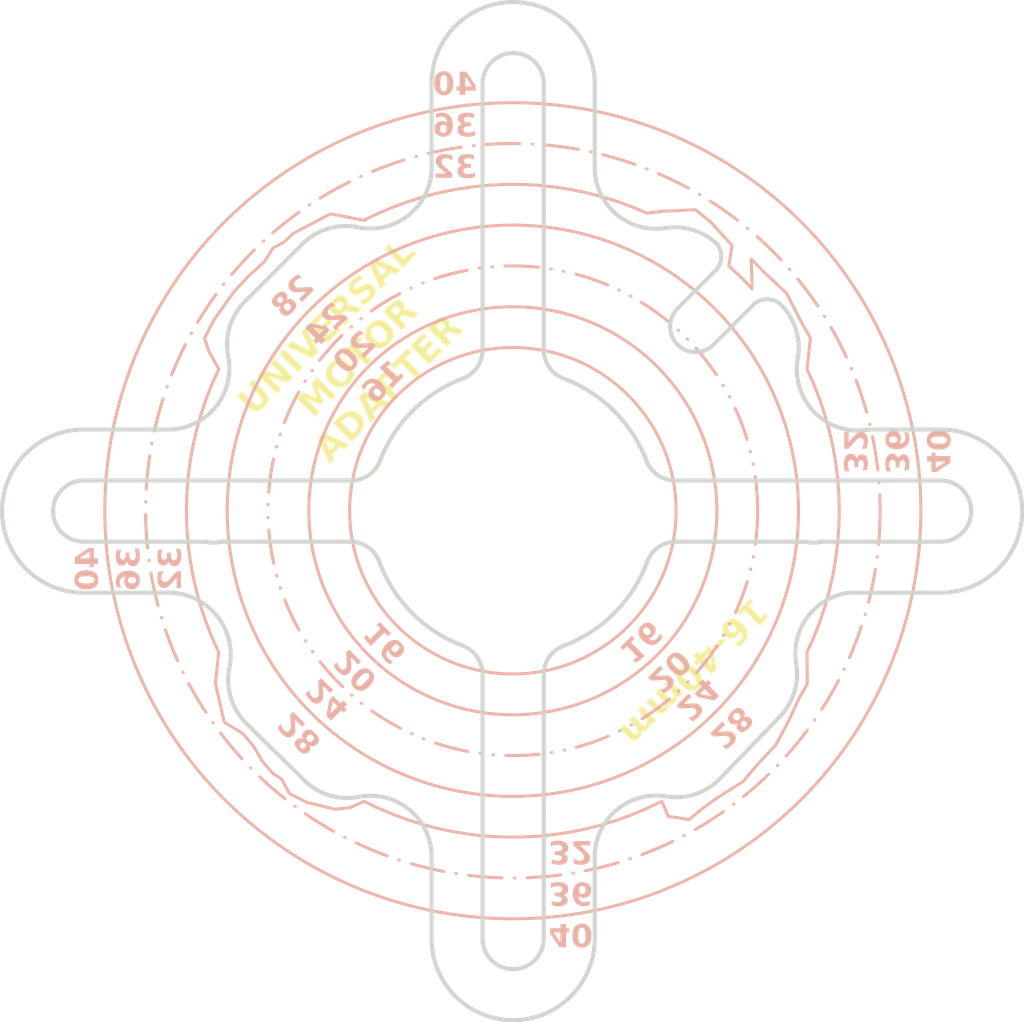
<source format=kicad_pcb>
(kicad_pcb (version 20221018) (generator pcbnew)
  (layers (0 "F.Cu" signal) (31 "B.Cu" signal) (34 "B.Paste" user) (35 "F.Paste" user) (36 "B.SilkS" user "B.Silkscreen") (37 "F.SilkS" user "F.Silkscreen") (38 "B.Mask" user) (39 "F.Mask" user) (44 "Edge.Cuts" user))
  (net 0 "")
  (gr_circle (center 122.81 114.83) (end 130.81 114.83) (stroke (width 0.15)) (fill none) (layer "B.SilkS"))
  (gr_poly (pts (xy 138.81 114.83) (xy 138.790111 114.032466) (xy 138.730492 113.236914) (xy 138.631293 112.445324) (xy 138.49276 111.659662) (xy 138.315237 110.881882) (xy 138.099165 110.113917) (xy 137.845082 109.357678) (xy 137.553619 108.615043) (xy 137.225502 107.88786) (xy 137.394945 106.365136) (xy 136.996054 105.674237) (xy 136.2212 104.162) (xy 135.1036 103.1206) (xy 134.494 102.4856) (xy 134.53883 103.947236) (xy 133.981789 103.37613) (xy 133.396973 102.833501) (xy 133.5542 101.8252) (xy 132.4874 100.6568) (xy 131.7508 100.0726) (xy 130.7856 100.1234) (xy 130.1506 100.1488) (xy 129.390594 100.245906) (xy 128.655456 99.93602) (xy 127.905786 99.663162) (xy 127.143447 99.428012) (xy 126.370335 99.231153) (xy 125.588371 99.073076) (xy 124.799499 98.954173) (xy 124.005681 98.874739) (xy 123.208891 98.834973) (xy 122.411109 98.834973) (xy 121.614319 98.874739) (xy 120.820501 98.954173) (xy 120.031629 99.073076) (xy 119.249665 99.231153) (xy 118.476553 99.428012) (xy 117.714214 99.663162) (xy 116.964544 99.93602) (xy 116.229406 100.245906) (xy 115.510629 100.592051) (xy 113.8692 100.2758) (xy 112.0404 101.241) (xy 111.5832 101.6728) (xy 111.0498 101.9522) (xy 110.6434 102.6126) (xy 109.8052 103.37613) (xy 109.1702 104.0604) (xy 108.7638 104.6192) (xy 108.1542 105.4828) (xy 107.697 106.3718) (xy 107.9256 107.0576) (xy 108.1796 107.4894) (xy 108.394498 107.88786) (xy 108.066381 108.615043) (xy 107.774918 109.357678) (xy 107.520835 110.113917) (xy 107.304763 110.881882) (xy 107.12724 111.659662) (xy 106.988707 112.445324) (xy 106.889508 113.236914) (xy 106.829889 114.032466) (xy 106.81 114.83) (xy 106.829889 115.627534) (xy 106.889508 116.423086) (xy 106.988707 117.214676) (xy 107.12724 118.000338) (xy 107.304763 118.778118) (xy 107.520835 119.546083) (xy 107.774918 120.302322) (xy 108.066381 121.044957) (xy 108.394498 121.77214) (xy 108.2304 123.2882) (xy 108.6622 125.1932) (xy 109.5766 125.752) (xy 110.11 126.387) (xy 110.5418 127.1236) (xy 111.0498 127.7078) (xy 111.4816 127.9872) (xy 111.8626 128.6984) (xy 112.7262 129.1302) (xy 113.4882 129.308) (xy 114.0724 129.4604) (xy 114.8344 129.3842) (xy 115.510629 129.067949) (xy 116.229406 129.414094) (xy 116.964544 129.72398) (xy 117.714214 129.996838) (xy 118.476553 130.231988) (xy 119.249665 130.428847) (xy 120.031629 130.586924) (xy 120.820501 130.705827) (xy 121.614319 130.785261) (xy 122.411109 130.825027) (xy 123.208891 130.825027) (xy 124.005681 130.785261) (xy 124.799499 130.705827) (xy 125.588371 130.586924) (xy 126.370335 130.428847) (xy 127.143447 130.231988) (xy 127.905786 129.996838) (xy 128.655456 129.72398) (xy 129.390594 129.414094) (xy 130.109371 129.067949) (xy 130.43 129.816) (xy 130.8364 129.8668) (xy 131.446 129.9684) (xy 132.1572 129.3842) (xy 132.8684 128.8762) (xy 134.113 128.0888) (xy 134.5702 127.53) (xy 135.0782 126.9712) (xy 135.7132 126.2854) (xy 136.3228 125.1424) (xy 136.843654 124.011163) (xy 137.242545 123.320264) (xy 137.225502 121.77214) (xy 137.553619 121.044957) (xy 137.845082 120.302322) (xy 138.099165 119.546083) (xy 138.315237 118.778118) (xy 138.49276 118.000338) (xy 138.631293 117.214676) (xy 138.730492 116.423086) (xy 138.790111 115.627534) (xy 138.81 114.83)) (stroke (width 0.15)) (fill none) (layer "B.SilkS"))
  (gr_circle (center 122.81 114.83) (end 132.81 114.83) (stroke (width 0.15)) (fill none) (layer "B.SilkS"))
  (gr_circle (center 122.81 114.83) (end 140.81 114.83) (stroke (width 0.15) (type dash_dot)) (fill none) (layer "B.SilkS"))
  (gr_circle (center 122.81 114.83) (end 136.81 114.83) (stroke (width 0.15)) (fill none) (layer "B.SilkS"))
  (gr_circle (center 122.81 114.83) (end 134.81 114.83) (stroke (width 0.15) (type dash_dot_dot)) (fill none) (layer "B.SilkS"))
  (gr_circle (center 122.81 114.83) (end 142.81 114.83) (stroke (width 0.15)) (fill none) (layer "B.SilkS"))
  (gr_line (start 143.774754 113.347521) (end 130.763253 113.347521) (stroke (width 0.2032)) (layer "Edge.Cuts"))
  (gr_arc (start 130.293364 100.972269) (mid 127.939947 100.341134) (end 126.824754 98.174744) (stroke (width 0.2032)) (layer "Edge.Cuts"))
  (gr_line (start 130.885211 104.919785) (end 132.652978 103.152018) (stroke (width 0.2032)) (layer "Edge.Cuts"))
  (gr_arc (start 132.968827 127.954202) (mid 131.752646 128.719529) (end 130.320066 128.831488) (stroke (width 0.2032)) (layer "Edge.Cuts"))
  (gr_line (start 112.592219 128.047446) (end 109.755862 125.262874) (stroke (width 0.2032)) (layer "Edge.Cuts"))
  (gr_arc (start 134.503562 104.828359) (mid 134.463281 104.875094) (end 134.420745 104.919785) (stroke (width 0.2032)) (layer "Edge.Cuts"))
  (gr_arc (start 125.296193 108.3472) (mid 124.591267 107.796999) (end 124.324754 106.943411) (stroke (width 0.2032)) (layer "Edge.Cuts"))
  (gr_arc (start 108.859997 107.26372) (mid 108.277954 109.694488) (end 106.060314 110.847521) (stroke (width 0.2032)) (layer "Edge.Cuts"))
  (gr_arc (start 118.824754 93.897521) (mid 122.824754 89.897521) (end 126.824754 93.897521) (stroke (width 0.2032)) (layer "Edge.Cuts"))
  (gr_arc (start 118.824754 97.828241) (mid 117.789731 100.269321) (end 115.223569 100.93637) (stroke (width 0.2032)) (layer "Edge.Cuts"))
  (gr_arc (start 121.324754 106.947047) (mid 121.058744 107.799877) (end 120.355016 108.350194) (stroke (width 0.2032)) (layer "Edge.Cuts"))
  (gr_arc (start 136.700825 122.327706) (mid 137.252444 120.033921) (end 139.292011 118.848214) (stroke (width 0.2032)) (layer "Edge.Cuts"))
  (gr_line (start 126.824754 93.897521) (end 126.824754 98.174744) (stroke (width 0.2032)) (layer "Edge.Cuts"))
  (gr_arc (start 130.293364 100.972269) (mid 131.648588 101.072423) (end 132.820586 101.760232) (stroke (width 0.2032)) (layer "Edge.Cuts"))
  (gr_line (start 101.774754 118.847521) (end 105.810923 118.847521) (stroke (width 0.2032)) (layer "Edge.Cuts"))
  (gr_arc (start 125.296193 108.3472) (mid 127.762 109.9312) (end 129.363192 112.385879) (stroke (width 0.2032)) (layer "Edge.Cuts"))
  (gr_arc (start 135.887435 104.670319) (mid 136.672321 105.909339) (end 136.776018 107.372372) (stroke (width 0.2032)) (layer "Edge.Cuts"))
  (gr_line (start 108.51624 116.347521) (end 114.857648 116.347521) (stroke (width 0.2032)) (layer "Edge.Cuts"))
  (gr_arc (start 126.824754 131.683709) (mid 127.928468 129.468467) (end 130.320066 128.831488) (stroke (width 0.2032)) (layer "Edge.Cuts"))
  (gr_line (start 109.682893 104.566558) (end 112.496245 101.753206) (stroke (width 0.2032)) (layer "Edge.Cuts"))
  (gr_line (start 121.324754 93.897521) (end 121.324754 106.947047) (stroke (width 0.2032)) (layer "Edge.Cuts"))
  (gr_arc (start 116.295955 112.385879) (mid 115.745154 113.083964) (end 114.895894 113.347521) (stroke (width 0.2032)) (layer "Edge.Cuts"))
  (gr_arc (start 105.810923 118.847521) (mid 108.258657 119.924338) (end 108.919514 122.515516) (stroke (width 0.2032)) (layer "Edge.Cuts"))
  (gr_arc (start 115.26174 128.852444) (mid 117.673311 129.431592) (end 118.824754 131.628241) (stroke (width 0.2032)) (layer "Edge.Cuts"))
  (gr_arc (start 129.394688 117.327055) (mid 127.793537 119.833664) (end 125.296193 121.449229) (stroke (width 0.2032)) (layer "Edge.Cuts"))
  (gr_arc (start 108.51624 116.347521) (mid 108.129573 116.398214) (end 107.742907 116.347521) (stroke (width 0.2032)) (layer "Edge.Cuts"))
  (gr_line (start 134.420745 104.919785) (end 132.652978 106.687552) (stroke (width 0.2032)) (layer "Edge.Cuts"))
  (gr_line (start 121.324754 135.797521) (end 121.324754 122.849382) (stroke (width 0.2032)) (layer "Edge.Cuts"))
  (gr_line (start 124.324754 100.318356) (end 124.324754 106.943411) (stroke (width 0.2032)) (layer "Edge.Cuts"))
  (gr_line (start 124.324754 93.897521) (end 124.324754 100.078073) (stroke (width 0.2032)) (layer "Edge.Cuts"))
  (gr_line (start 118.824754 93.897521) (end 118.824754 97.828241) (stroke (width 0.2032)) (layer "Edge.Cuts"))
  (gr_arc (start 114.857648 116.347521) (mid 115.71476 116.616534) (end 116.264458 117.327055) (stroke (width 0.2032)) (layer "Edge.Cuts"))
  (gr_arc (start 132.652978 103.152018) (mid 132.675128 103.13041) (end 132.697806 103.109356) (stroke (width 0.2032)) (layer "Edge.Cuts"))
  (gr_arc (start 140.278747 110.847521) (mid 137.616672 110.027885) (end 136.776018 107.372372) (stroke (width 0.2032)) (layer "Edge.Cuts"))
  (gr_arc (start 115.26174 128.852444) (mid 113.827777 128.778918) (end 112.592219 128.047446) (stroke (width 0.2032)) (layer "Edge.Cuts"))
  (gr_line (start 126.824754 135.797521) (end 126.824754 131.683709) (stroke (width 0.2032)) (layer "Edge.Cuts"))
  (gr_arc (start 126.824754 135.797521) (mid 122.824754 139.797521) (end 118.824754 135.797521) (stroke (width 0.2032)) (layer "Edge.Cuts"))
  (gr_arc (start 136.700825 122.327706) (mid 136.609494 123.715034) (end 135.902528 124.912205) (stroke (width 0.2032)) (layer "Edge.Cuts"))
  (gr_arc (start 143.774754 110.847521) (mid 147.77476 114.847521) (end 143.774754 118.847521) (stroke (width 0.2032)) (layer "Edge.Cuts"))
  (gr_arc (start 124.324754 135.797521) (mid 122.824754 137.297521) (end 121.324754 135.797521) (stroke (width 0.2032)) (layer "Edge.Cuts"))
  (gr_line (start 101.774754 113.347521) (end 114.895894 113.347521) (stroke (width 0.2032)) (layer "Edge.Cuts"))
  (gr_arc (start 124.324754 129.478073) (mid 124.329577 129.598215) (end 124.324754 129.718356) (stroke (width 0.2032)) (layer "Edge.Cuts"))
  (gr_arc (start 132.652978 106.687552) (mid 130.88521 106.687552) (end 130.885211 104.919785) (stroke (width 0.2032)) (layer "Edge.Cuts"))
  (gr_arc (start 134.503562 104.828359) (mid 135.163461 104.468801) (end 135.887435 104.670319) (stroke (width 0.2032)) (layer "Edge.Cuts"))
  (gr_line (start 143.774754 118.847521) (end 139.292011 118.848214) (stroke (width 0.2032)) (layer "Edge.Cuts"))
  (gr_arc (start 101.774754 116.347521) (mid 100.27476 114.847521) (end 101.774754 113.347521) (stroke (width 0.2032)) (layer "Edge.Cuts"))
  (gr_arc (start 124.324754 122.853017) (mid 124.591322 121.999467) (end 125.296193 121.449229) (stroke (width 0.2032)) (layer "Edge.Cuts"))
  (gr_arc (start 112.496245 101.753206) (mid 113.756847 101.000681) (end 115.223569 100.93637) (stroke (width 0.2032)) (layer "Edge.Cuts"))
  (gr_arc (start 109.755862 125.262874) (mid 108.987562 123.99578) (end 108.919514 122.515516) (stroke (width 0.2032)) (layer "Edge.Cuts"))
  (gr_arc (start 132.820586 101.760232) (mid 133.022469 102.458754) (end 132.697806 103.109356) (stroke (width 0.2032)) (layer "Edge.Cuts"))
  (gr_line (start 137.142907 116.347521) (end 130.801499 116.347521) (stroke (width 0.2032)) (layer "Edge.Cuts"))
  (gr_line (start 124.324754 135.797521) (end 124.324754 129.718356) (stroke (width 0.2032)) (layer "Edge.Cuts"))
  (gr_arc (start 121.324754 93.897521) (mid 122.824754 92.397521) (end 124.324754 93.897521) (stroke (width 0.2032)) (layer "Edge.Cuts"))
  (gr_line (start 143.774754 116.347521) (end 137.91624 116.347521) (stroke (width 0.2032)) (layer "Edge.Cuts"))
  (gr_arc (start 116.295955 112.385879) (mid 117.894146 109.934199) (end 120.355016 108.350194) (stroke (width 0.2032)) (layer "Edge.Cuts"))
  (gr_arc (start 108.859997 107.26372) (mid 108.934783 105.812425) (end 109.682893 104.566558) (stroke (width 0.2032)) (layer "Edge.Cuts"))
  (gr_arc (start 120.355016 121.446235) (mid 117.862602 119.830673) (end 116.264458 117.327055) (stroke (width 0.2032)) (layer "Edge.Cuts"))
  (gr_line (start 135.902528 124.912205) (end 132.968827 127.954202) (stroke (width 0.2032)) (layer "Edge.Cuts"))
  (gr_arc (start 124.324754 100.078073) (mid 124.329577 100.198214) (end 124.324754 100.318356) (stroke (width 0.2032)) (layer "Edge.Cuts"))
  (gr_arc (start 143.774754 113.347521) (mid 145.27476 114.847521) (end 143.774754 116.347521) (stroke (width 0.2032)) (layer "Edge.Cuts"))
  (gr_line (start 101.774754 110.847521) (end 106.060314 110.847521) (stroke (width 0.2032)) (layer "Edge.Cuts"))
  (gr_line (start 124.324754 129.478073) (end 124.324754 122.853017) (stroke (width 0.2032)) (layer "Edge.Cuts"))
  (gr_arc (start 101.774754 118.847521) (mid 97.77476 114.847521) (end 101.774754 110.847521) (stroke (width 0.2032)) (layer "Edge.Cuts"))
  (gr_line (start 118.824754 131.628241) (end 118.824754 135.797521) (stroke (width 0.2032)) (layer "Edge.Cuts"))
  (gr_arc (start 120.355016 121.446235) (mid 121.05871 121.996575) (end 121.324754 122.849382) (stroke (width 0.2032)) (layer "Edge.Cuts"))
  (gr_line (start 101.774754 116.347521) (end 107.742907 116.347521) (stroke (width 0.2032)) (layer "Edge.Cuts"))
  (gr_arc (start 130.763253 113.347521) (mid 129.913992 113.083966) (end 129.363192 112.385879) (stroke (width 0.2032)) (layer "Edge.Cuts"))
  (gr_arc (start 137.91624 116.347521) (mid 137.529573 116.398214) (end 137.142907 116.347521) (stroke (width 0.2032)) (layer "Edge.Cuts"))
  (gr_line (start 143.774754 110.847521) (end 140.278747 110.847521) (stroke (width 0.2032)) (layer "Edge.Cuts"))
  (gr_arc (start 129.394688 117.327055) (mid 129.944388 116.616536) (end 130.801499 116.347521) (stroke (width 0.2032)) (layer "Edge.Cuts"))
  (gr_text "16" (at 117.73 108.2514 45) (layer "B.SilkS") (effects (font (size 1.1176 1.1176) (thickness 0.2032) bold) (justify left bottom mirror)))
  (gr_text "24" (at 130.6078 124.3296 225) (layer "B.SilkS") (effects (font (size 1.1176 1.1176) (thickness 0.2032) bold) (justify left bottom mirror)))
  (gr_text "28" (at 113.285 104.0604 45) (layer "B.SilkS") (effects (font (size 1.1176 1.1176) (thickness 0.2032) bold) (justify left bottom mirror)))
  (gr_text "36" (at 140.8948 113.0012 270) (layer "B.SilkS") (effects (font (size 1.1176 1.1176) (thickness 0.2032) bold) (justify left bottom mirror)))
  (gr_text "32" (at 106.7318 116.5826 90) (layer "B.SilkS") (effects (font (size 1.1176 1.1176) (thickness 0.2032) bold) (justify left bottom mirror)))
  (gr_text "28" (at 112.0912 124.4566 135) (layer "B.SilkS") (effects (font (size 1.1176 1.1176) (thickness 0.2032) bold) (justify left bottom mirror)))
  (gr_text "36" (at 124.5626 132.864 180) (layer "B.SilkS") (effects (font (size 1.1176 1.1176) (thickness 0.2032) bold) (justify left bottom mirror)))
  (gr_text "40" (at 124.5626 134.896 180) (layer "B.SilkS") (effects (font (size 1.1176 1.1176) (thickness 0.2032) bold) (justify left bottom mirror)))
  (gr_text "20" (at 129.2108 122.958 225) (layer "B.SilkS") (effects (font (size 1.1176 1.1176) (thickness 0.2032) bold) (justify left bottom mirror)))
  (gr_text "32" (at 138.8628 113.0012 270) (layer "B.SilkS") (effects (font (size 1.1176 1.1176) (thickness 0.2032) bold) (justify left bottom mirror)))
  (gr_text "28" (at 132.2588 125.7012 225) (layer "B.SilkS") (effects (font (size 1.1176 1.1176) (thickness 0.2032) bold) (justify left bottom mirror)))
  (gr_text "16" (at 127.8138 121.5102 -135) (layer "B.SilkS") (effects (font (size 1.1176 1.1176) (thickness 0.2032) bold) (justify left bottom mirror)))
  (gr_text "36" (at 104.6998 116.5826 90) (layer "B.SilkS") (effects (font (size 1.1176 1.1176) (thickness 0.2032) bold) (justify left bottom mirror)))
  (gr_text "32" (at 124.5626 130.832 180) (layer "B.SilkS") (effects (font (size 1.1176 1.1176) (thickness 0.2032) bold) (justify left bottom mirror)))
  (gr_text "20" (at 116.333 106.8036 45) (layer "B.SilkS") (effects (font (size 1.1176 1.1176) (thickness 0.2032) bold) (justify left bottom mirror)))
  (gr_text "24" (at 114.936 105.432 45) (layer "B.SilkS") (effects (font (size 1.1176 1.1176) (thickness 0.2032) bold) (justify left bottom mirror)))
  (gr_text "36" (at 121.0574 96.669) (layer "B.SilkS") (effects (font (size 1.1176 1.1176) (thickness 0.2032) bold) (justify left bottom mirror)))
  (gr_text "40" (at 142.9268 113.0012 270) (layer "B.SilkS") (effects (font (size 1.1176 1.1176) (thickness 0.2032) bold) (justify left bottom mirror)))
  (gr_text "24" (at 113.4628 122.8056 135) (layer "B.SilkS") (effects (font (size 1.1176 1.1176) (thickness 0.2032) bold) (justify left bottom mirror)))
  (gr_text "40" (at 121.0574 94.637) (layer "B.SilkS") (effects (font (size 1.1176 1.1176) (thickness 0.2032) bold) (justify left bottom mirror)))
  (gr_text "32" (at 121.0574 98.701) (layer "B.SilkS") (effects (font (size 1.1176 1.1176) (thickness 0.2032) bold) (justify left bottom mirror)))
  (gr_text "40" (at 102.6678 116.5826 90) (layer "B.SilkS") (effects (font (size 1.1176 1.1176) (thickness 0.2032) bold) (justify left bottom mirror)))
  (gr_text "16" (at 116.2822 120.0116 135) (layer "B.SilkS") (effects (font (size 1.1176 1.1176) (thickness 0.2032) bold) (justify left bottom mirror)))
  (gr_text "20" (at 114.8344 121.4086 135) (layer "B.SilkS") (effects (font (size 1.1176 1.1176) (thickness 0.2032) bold) (justify left bottom mirror)))
  (gr_text "16-40mm" (at 131.1148 122.1486 -135) (layer "F.SilkS") (effects (font (size 1.27 1.27) (thickness 0.2) bold) (justify bottom)))
  (gr_text "UNIVERSAL\nMOTOR\nADAPTER" (at 117.2718 109.3978 45) (layer "F.SilkS") (effects (font (size 1.27 1.27) (thickness 0.2) bold) (justify bottom)))
)
</source>
